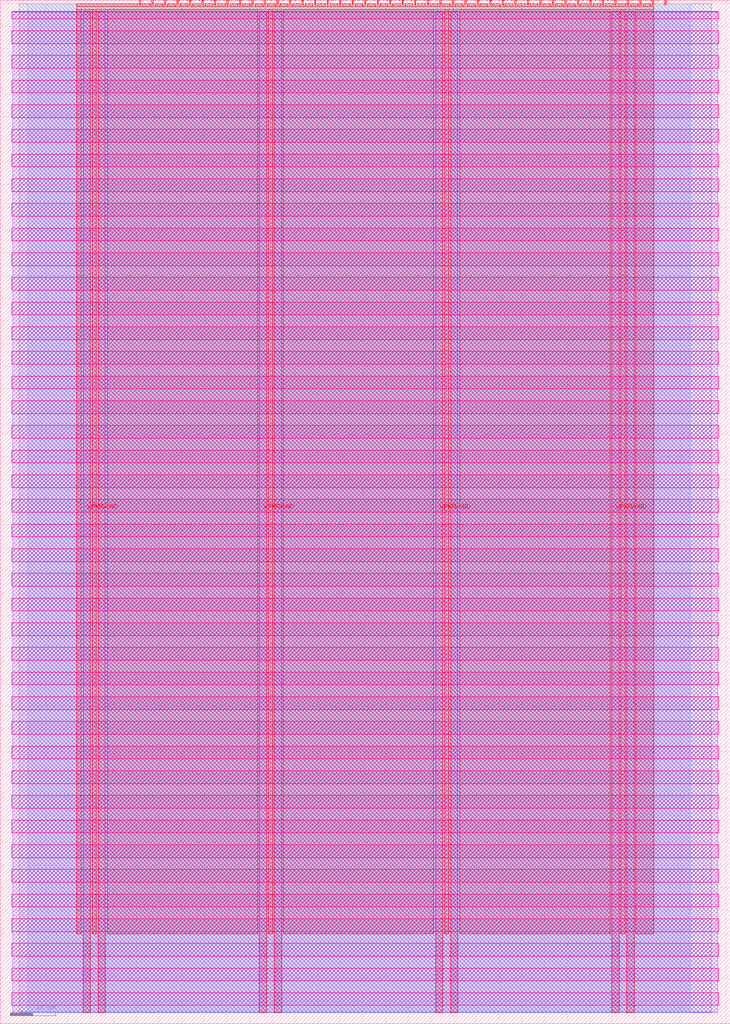
<source format=lef>
VERSION 5.7 ;
  NOWIREEXTENSIONATPIN ON ;
  DIVIDERCHAR "/" ;
  BUSBITCHARS "[]" ;
MACRO tt_um_comm_ic_bhavuk
  CLASS BLOCK ;
  FOREIGN tt_um_comm_ic_bhavuk ;
  ORIGIN 0.000 0.000 ;
  SIZE 161.000 BY 225.760 ;
  PIN VGND
    DIRECTION INOUT ;
    USE GROUND ;
    PORT
      LAYER met4 ;
        RECT 21.580 2.480 23.180 223.280 ;
    END
    PORT
      LAYER met4 ;
        RECT 60.450 2.480 62.050 223.280 ;
    END
    PORT
      LAYER met4 ;
        RECT 99.320 2.480 100.920 223.280 ;
    END
    PORT
      LAYER met4 ;
        RECT 138.190 2.480 139.790 223.280 ;
    END
  END VGND
  PIN VPWR
    DIRECTION INOUT ;
    USE POWER ;
    PORT
      LAYER met4 ;
        RECT 18.280 2.480 19.880 223.280 ;
    END
    PORT
      LAYER met4 ;
        RECT 57.150 2.480 58.750 223.280 ;
    END
    PORT
      LAYER met4 ;
        RECT 96.020 2.480 97.620 223.280 ;
    END
    PORT
      LAYER met4 ;
        RECT 134.890 2.480 136.490 223.280 ;
    END
  END VPWR
  PIN clk
    DIRECTION INPUT ;
    USE SIGNAL ;
    ANTENNAGATEAREA 0.852000 ;
    PORT
      LAYER met4 ;
        RECT 143.830 224.760 144.130 225.760 ;
    END
  END clk
  PIN ena
    DIRECTION INPUT ;
    USE SIGNAL ;
    PORT
      LAYER met4 ;
        RECT 146.590 224.760 146.890 225.760 ;
    END
  END ena
  PIN rst_n
    DIRECTION INPUT ;
    USE SIGNAL ;
    ANTENNAGATEAREA 0.213000 ;
    PORT
      LAYER met4 ;
        RECT 141.070 224.760 141.370 225.760 ;
    END
  END rst_n
  PIN ui_in[0]
    DIRECTION INPUT ;
    USE SIGNAL ;
    ANTENNAGATEAREA 0.213000 ;
    PORT
      LAYER met4 ;
        RECT 138.310 224.760 138.610 225.760 ;
    END
  END ui_in[0]
  PIN ui_in[1]
    DIRECTION INPUT ;
    USE SIGNAL ;
    ANTENNAGATEAREA 0.159000 ;
    PORT
      LAYER met4 ;
        RECT 135.550 224.760 135.850 225.760 ;
    END
  END ui_in[1]
  PIN ui_in[2]
    DIRECTION INPUT ;
    USE SIGNAL ;
    ANTENNAGATEAREA 0.196500 ;
    PORT
      LAYER met4 ;
        RECT 132.790 224.760 133.090 225.760 ;
    END
  END ui_in[2]
  PIN ui_in[3]
    DIRECTION INPUT ;
    USE SIGNAL ;
    PORT
      LAYER met4 ;
        RECT 130.030 224.760 130.330 225.760 ;
    END
  END ui_in[3]
  PIN ui_in[4]
    DIRECTION INPUT ;
    USE SIGNAL ;
    PORT
      LAYER met4 ;
        RECT 127.270 224.760 127.570 225.760 ;
    END
  END ui_in[4]
  PIN ui_in[5]
    DIRECTION INPUT ;
    USE SIGNAL ;
    PORT
      LAYER met4 ;
        RECT 124.510 224.760 124.810 225.760 ;
    END
  END ui_in[5]
  PIN ui_in[6]
    DIRECTION INPUT ;
    USE SIGNAL ;
    PORT
      LAYER met4 ;
        RECT 121.750 224.760 122.050 225.760 ;
    END
  END ui_in[6]
  PIN ui_in[7]
    DIRECTION INPUT ;
    USE SIGNAL ;
    PORT
      LAYER met4 ;
        RECT 118.990 224.760 119.290 225.760 ;
    END
  END ui_in[7]
  PIN uio_in[0]
    DIRECTION INPUT ;
    USE SIGNAL ;
    ANTENNAGATEAREA 0.159000 ;
    PORT
      LAYER met4 ;
        RECT 116.230 224.760 116.530 225.760 ;
    END
  END uio_in[0]
  PIN uio_in[1]
    DIRECTION INPUT ;
    USE SIGNAL ;
    PORT
      LAYER met4 ;
        RECT 113.470 224.760 113.770 225.760 ;
    END
  END uio_in[1]
  PIN uio_in[2]
    DIRECTION INPUT ;
    USE SIGNAL ;
    ANTENNAGATEAREA 0.213000 ;
    PORT
      LAYER met4 ;
        RECT 110.710 224.760 111.010 225.760 ;
    END
  END uio_in[2]
  PIN uio_in[3]
    DIRECTION INPUT ;
    USE SIGNAL ;
    ANTENNAGATEAREA 0.196500 ;
    PORT
      LAYER met4 ;
        RECT 107.950 224.760 108.250 225.760 ;
    END
  END uio_in[3]
  PIN uio_in[4]
    DIRECTION INPUT ;
    USE SIGNAL ;
    ANTENNAGATEAREA 0.196500 ;
    PORT
      LAYER met4 ;
        RECT 105.190 224.760 105.490 225.760 ;
    END
  END uio_in[4]
  PIN uio_in[5]
    DIRECTION INPUT ;
    USE SIGNAL ;
    ANTENNAGATEAREA 0.196500 ;
    PORT
      LAYER met4 ;
        RECT 102.430 224.760 102.730 225.760 ;
    END
  END uio_in[5]
  PIN uio_in[6]
    DIRECTION INPUT ;
    USE SIGNAL ;
    PORT
      LAYER met4 ;
        RECT 99.670 224.760 99.970 225.760 ;
    END
  END uio_in[6]
  PIN uio_in[7]
    DIRECTION INPUT ;
    USE SIGNAL ;
    PORT
      LAYER met4 ;
        RECT 96.910 224.760 97.210 225.760 ;
    END
  END uio_in[7]
  PIN uio_oe[0]
    DIRECTION OUTPUT ;
    USE SIGNAL ;
    ANTENNADIFFAREA 0.795200 ;
    PORT
      LAYER met4 ;
        RECT 49.990 224.760 50.290 225.760 ;
    END
  END uio_oe[0]
  PIN uio_oe[1]
    DIRECTION OUTPUT ;
    USE SIGNAL ;
    ANTENNADIFFAREA 0.445500 ;
    PORT
      LAYER met4 ;
        RECT 47.230 224.760 47.530 225.760 ;
    END
  END uio_oe[1]
  PIN uio_oe[2]
    DIRECTION OUTPUT ;
    USE SIGNAL ;
    ANTENNADIFFAREA 0.445500 ;
    PORT
      LAYER met4 ;
        RECT 44.470 224.760 44.770 225.760 ;
    END
  END uio_oe[2]
  PIN uio_oe[3]
    DIRECTION OUTPUT ;
    USE SIGNAL ;
    ANTENNADIFFAREA 0.445500 ;
    PORT
      LAYER met4 ;
        RECT 41.710 224.760 42.010 225.760 ;
    END
  END uio_oe[3]
  PIN uio_oe[4]
    DIRECTION OUTPUT ;
    USE SIGNAL ;
    ANTENNADIFFAREA 0.445500 ;
    PORT
      LAYER met4 ;
        RECT 38.950 224.760 39.250 225.760 ;
    END
  END uio_oe[4]
  PIN uio_oe[5]
    DIRECTION OUTPUT ;
    USE SIGNAL ;
    ANTENNAGATEAREA 0.724500 ;
    ANTENNADIFFAREA 0.891000 ;
    PORT
      LAYER met4 ;
        RECT 36.190 224.760 36.490 225.760 ;
    END
  END uio_oe[5]
  PIN uio_oe[6]
    DIRECTION OUTPUT ;
    USE SIGNAL ;
    ANTENNADIFFAREA 0.445500 ;
    PORT
      LAYER met4 ;
        RECT 33.430 224.760 33.730 225.760 ;
    END
  END uio_oe[6]
  PIN uio_oe[7]
    DIRECTION OUTPUT ;
    USE SIGNAL ;
    ANTENNADIFFAREA 0.445500 ;
    PORT
      LAYER met4 ;
        RECT 30.670 224.760 30.970 225.760 ;
    END
  END uio_oe[7]
  PIN uio_out[0]
    DIRECTION OUTPUT ;
    USE SIGNAL ;
    ANTENNADIFFAREA 0.795200 ;
    PORT
      LAYER met4 ;
        RECT 72.070 224.760 72.370 225.760 ;
    END
  END uio_out[0]
  PIN uio_out[1]
    DIRECTION OUTPUT ;
    USE SIGNAL ;
    ANTENNADIFFAREA 0.795200 ;
    PORT
      LAYER met4 ;
        RECT 69.310 224.760 69.610 225.760 ;
    END
  END uio_out[1]
  PIN uio_out[2]
    DIRECTION OUTPUT ;
    USE SIGNAL ;
    ANTENNAGATEAREA 0.126000 ;
    ANTENNADIFFAREA 0.445500 ;
    PORT
      LAYER met4 ;
        RECT 66.550 224.760 66.850 225.760 ;
    END
  END uio_out[2]
  PIN uio_out[3]
    DIRECTION OUTPUT ;
    USE SIGNAL ;
    ANTENNAGATEAREA 0.247500 ;
    ANTENNADIFFAREA 0.445500 ;
    PORT
      LAYER met4 ;
        RECT 63.790 224.760 64.090 225.760 ;
    END
  END uio_out[3]
  PIN uio_out[4]
    DIRECTION OUTPUT ;
    USE SIGNAL ;
    ANTENNAGATEAREA 0.126000 ;
    ANTENNADIFFAREA 0.891000 ;
    PORT
      LAYER met4 ;
        RECT 61.030 224.760 61.330 225.760 ;
    END
  END uio_out[4]
  PIN uio_out[5]
    DIRECTION OUTPUT ;
    USE SIGNAL ;
    ANTENNAGATEAREA 0.126000 ;
    ANTENNADIFFAREA 0.445500 ;
    PORT
      LAYER met4 ;
        RECT 58.270 224.760 58.570 225.760 ;
    END
  END uio_out[5]
  PIN uio_out[6]
    DIRECTION OUTPUT ;
    USE SIGNAL ;
    ANTENNADIFFAREA 0.795200 ;
    PORT
      LAYER met4 ;
        RECT 55.510 224.760 55.810 225.760 ;
    END
  END uio_out[6]
  PIN uio_out[7]
    DIRECTION OUTPUT ;
    USE SIGNAL ;
    ANTENNADIFFAREA 0.445500 ;
    PORT
      LAYER met4 ;
        RECT 52.750 224.760 53.050 225.760 ;
    END
  END uio_out[7]
  PIN uo_out[0]
    DIRECTION OUTPUT ;
    USE SIGNAL ;
    ANTENNADIFFAREA 0.445500 ;
    PORT
      LAYER met4 ;
        RECT 94.150 224.760 94.450 225.760 ;
    END
  END uo_out[0]
  PIN uo_out[1]
    DIRECTION OUTPUT ;
    USE SIGNAL ;
    ANTENNADIFFAREA 0.795200 ;
    PORT
      LAYER met4 ;
        RECT 91.390 224.760 91.690 225.760 ;
    END
  END uo_out[1]
  PIN uo_out[2]
    DIRECTION OUTPUT ;
    USE SIGNAL ;
    ANTENNADIFFAREA 0.445500 ;
    PORT
      LAYER met4 ;
        RECT 88.630 224.760 88.930 225.760 ;
    END
  END uo_out[2]
  PIN uo_out[3]
    DIRECTION OUTPUT ;
    USE SIGNAL ;
    ANTENNADIFFAREA 0.445500 ;
    PORT
      LAYER met4 ;
        RECT 85.870 224.760 86.170 225.760 ;
    END
  END uo_out[3]
  PIN uo_out[4]
    DIRECTION OUTPUT ;
    USE SIGNAL ;
    ANTENNADIFFAREA 0.795200 ;
    PORT
      LAYER met4 ;
        RECT 83.110 224.760 83.410 225.760 ;
    END
  END uo_out[4]
  PIN uo_out[5]
    DIRECTION OUTPUT ;
    USE SIGNAL ;
    ANTENNADIFFAREA 0.445500 ;
    PORT
      LAYER met4 ;
        RECT 80.350 224.760 80.650 225.760 ;
    END
  END uo_out[5]
  PIN uo_out[6]
    DIRECTION OUTPUT ;
    USE SIGNAL ;
    ANTENNADIFFAREA 0.795200 ;
    PORT
      LAYER met4 ;
        RECT 77.590 224.760 77.890 225.760 ;
    END
  END uo_out[6]
  PIN uo_out[7]
    DIRECTION OUTPUT ;
    USE SIGNAL ;
    ANTENNADIFFAREA 0.445500 ;
    PORT
      LAYER met4 ;
        RECT 74.830 224.760 75.130 225.760 ;
    END
  END uo_out[7]
  OBS
      LAYER nwell ;
        RECT 2.570 221.625 158.430 223.230 ;
        RECT 2.570 216.185 158.430 219.015 ;
        RECT 2.570 210.745 158.430 213.575 ;
        RECT 2.570 205.305 158.430 208.135 ;
        RECT 2.570 199.865 158.430 202.695 ;
        RECT 2.570 194.425 158.430 197.255 ;
        RECT 2.570 188.985 158.430 191.815 ;
        RECT 2.570 183.545 158.430 186.375 ;
        RECT 2.570 178.105 158.430 180.935 ;
        RECT 2.570 172.665 158.430 175.495 ;
        RECT 2.570 167.225 158.430 170.055 ;
        RECT 2.570 161.785 158.430 164.615 ;
        RECT 2.570 156.345 158.430 159.175 ;
        RECT 2.570 150.905 158.430 153.735 ;
        RECT 2.570 145.465 158.430 148.295 ;
        RECT 2.570 140.025 158.430 142.855 ;
        RECT 2.570 134.585 158.430 137.415 ;
        RECT 2.570 129.145 158.430 131.975 ;
        RECT 2.570 123.705 158.430 126.535 ;
        RECT 2.570 118.265 158.430 121.095 ;
        RECT 2.570 112.825 158.430 115.655 ;
        RECT 2.570 107.385 158.430 110.215 ;
        RECT 2.570 101.945 158.430 104.775 ;
        RECT 2.570 96.505 158.430 99.335 ;
        RECT 2.570 91.065 158.430 93.895 ;
        RECT 2.570 85.625 158.430 88.455 ;
        RECT 2.570 80.185 158.430 83.015 ;
        RECT 2.570 74.745 158.430 77.575 ;
        RECT 2.570 69.305 158.430 72.135 ;
        RECT 2.570 63.865 158.430 66.695 ;
        RECT 2.570 58.425 158.430 61.255 ;
        RECT 2.570 52.985 158.430 55.815 ;
        RECT 2.570 47.545 158.430 50.375 ;
        RECT 2.570 42.105 158.430 44.935 ;
        RECT 2.570 36.665 158.430 39.495 ;
        RECT 2.570 31.225 158.430 34.055 ;
        RECT 2.570 25.785 158.430 28.615 ;
        RECT 2.570 20.345 158.430 23.175 ;
        RECT 2.570 14.905 158.430 17.735 ;
        RECT 2.570 9.465 158.430 12.295 ;
        RECT 2.570 4.025 158.430 6.855 ;
      LAYER li1 ;
        RECT 2.760 2.635 158.240 223.125 ;
      LAYER met1 ;
        RECT 2.760 2.480 158.240 223.280 ;
      LAYER met2 ;
        RECT 4.240 2.535 156.760 224.925 ;
      LAYER met3 ;
        RECT 6.045 2.555 152.195 224.905 ;
      LAYER met4 ;
        RECT 16.855 224.360 30.270 224.905 ;
        RECT 31.370 224.360 33.030 224.905 ;
        RECT 34.130 224.360 35.790 224.905 ;
        RECT 36.890 224.360 38.550 224.905 ;
        RECT 39.650 224.360 41.310 224.905 ;
        RECT 42.410 224.360 44.070 224.905 ;
        RECT 45.170 224.360 46.830 224.905 ;
        RECT 47.930 224.360 49.590 224.905 ;
        RECT 50.690 224.360 52.350 224.905 ;
        RECT 53.450 224.360 55.110 224.905 ;
        RECT 56.210 224.360 57.870 224.905 ;
        RECT 58.970 224.360 60.630 224.905 ;
        RECT 61.730 224.360 63.390 224.905 ;
        RECT 64.490 224.360 66.150 224.905 ;
        RECT 67.250 224.360 68.910 224.905 ;
        RECT 70.010 224.360 71.670 224.905 ;
        RECT 72.770 224.360 74.430 224.905 ;
        RECT 75.530 224.360 77.190 224.905 ;
        RECT 78.290 224.360 79.950 224.905 ;
        RECT 81.050 224.360 82.710 224.905 ;
        RECT 83.810 224.360 85.470 224.905 ;
        RECT 86.570 224.360 88.230 224.905 ;
        RECT 89.330 224.360 90.990 224.905 ;
        RECT 92.090 224.360 93.750 224.905 ;
        RECT 94.850 224.360 96.510 224.905 ;
        RECT 97.610 224.360 99.270 224.905 ;
        RECT 100.370 224.360 102.030 224.905 ;
        RECT 103.130 224.360 104.790 224.905 ;
        RECT 105.890 224.360 107.550 224.905 ;
        RECT 108.650 224.360 110.310 224.905 ;
        RECT 111.410 224.360 113.070 224.905 ;
        RECT 114.170 224.360 115.830 224.905 ;
        RECT 116.930 224.360 118.590 224.905 ;
        RECT 119.690 224.360 121.350 224.905 ;
        RECT 122.450 224.360 124.110 224.905 ;
        RECT 125.210 224.360 126.870 224.905 ;
        RECT 127.970 224.360 129.630 224.905 ;
        RECT 130.730 224.360 132.390 224.905 ;
        RECT 133.490 224.360 135.150 224.905 ;
        RECT 136.250 224.360 137.910 224.905 ;
        RECT 139.010 224.360 140.670 224.905 ;
        RECT 141.770 224.360 143.430 224.905 ;
        RECT 16.855 223.680 144.145 224.360 ;
        RECT 16.855 19.895 17.880 223.680 ;
        RECT 20.280 19.895 21.180 223.680 ;
        RECT 23.580 19.895 56.750 223.680 ;
        RECT 59.150 19.895 60.050 223.680 ;
        RECT 62.450 19.895 95.620 223.680 ;
        RECT 98.020 19.895 98.920 223.680 ;
        RECT 101.320 19.895 134.490 223.680 ;
        RECT 136.890 19.895 137.790 223.680 ;
        RECT 140.190 19.895 144.145 223.680 ;
  END
END tt_um_comm_ic_bhavuk
END LIBRARY


</source>
